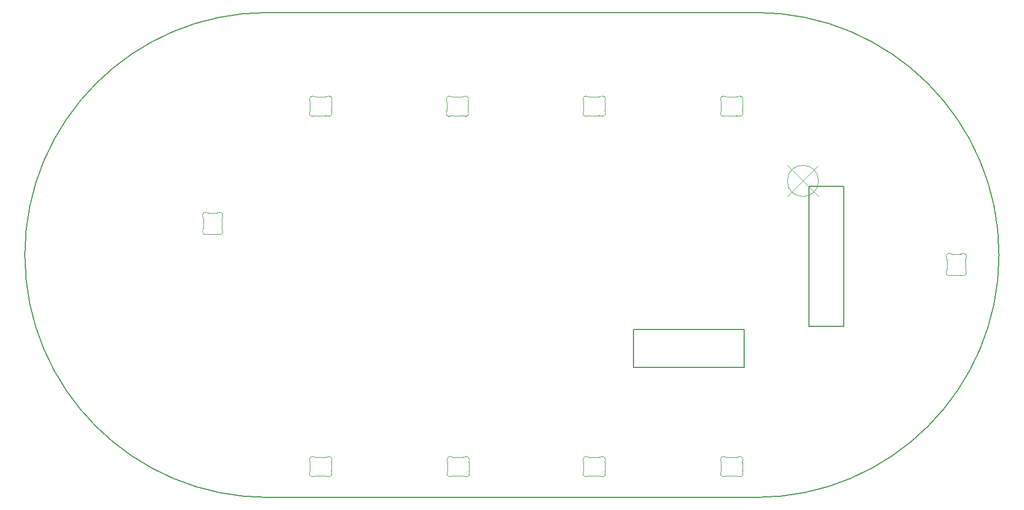
<source format=gbr>
%TF.GenerationSoftware,KiCad,Pcbnew,(5.1.10)-1*%
%TF.CreationDate,2022-02-17T21:55:53+01:00*%
%TF.ProjectId,keyboardEink,6b657962-6f61-4726-9445-696e6b2e6b69,rev?*%
%TF.SameCoordinates,Original*%
%TF.FileFunction,Profile,NP*%
%FSLAX46Y46*%
G04 Gerber Fmt 4.6, Leading zero omitted, Abs format (unit mm)*
G04 Created by KiCad (PCBNEW (5.1.10)-1) date 2022-02-17 21:55:53*
%MOMM*%
%LPD*%
G01*
G04 APERTURE LIST*
%TA.AperFunction,Profile*%
%ADD10C,0.150000*%
%TD*%
%TA.AperFunction,Profile*%
%ADD11C,0.050000*%
%TD*%
%TA.AperFunction,Profile*%
%ADD12C,0.100000*%
%TD*%
G04 APERTURE END LIST*
D10*
X172818000Y-120062000D02*
X172818000Y-113966000D01*
X190598000Y-120062000D02*
X172818000Y-120062000D01*
X190598000Y-113966000D02*
X190598000Y-120062000D01*
X172818000Y-113966000D02*
X190598000Y-113966000D01*
X201000000Y-91000000D02*
X206600000Y-91000000D01*
X206600000Y-113500000D02*
X206600000Y-91000000D01*
X201000000Y-113500000D02*
X206600000Y-113500000D01*
X201000000Y-91000000D02*
X201000000Y-113500000D01*
X114000000Y-63000000D02*
X192500000Y-63000000D01*
X192500000Y-141000000D02*
X114000000Y-141000000D01*
X192500000Y-141000000D02*
G75*
G03*
X192500000Y-63000000I0J39000000D01*
G01*
X114000000Y-141000000D02*
G75*
G02*
X114000000Y-63000000I0J39000000D01*
G01*
D11*
X202496000Y-90090000D02*
G75*
G03*
X202496000Y-90090000I-2500000J0D01*
G01*
X197496000Y-87590000D02*
X202496000Y-92590000D01*
X197496000Y-92590000D02*
X202496000Y-87590000D01*
D12*
%TO.C,D11*%
X165673548Y-137563999D02*
X167262452Y-137563999D01*
X164768001Y-135361157D02*
X164768001Y-136766841D01*
X167262452Y-134564000D02*
X165673547Y-134564000D01*
X168167999Y-136766841D02*
X168167999Y-135361157D01*
X167514710Y-137632298D02*
G75*
G03*
X167262452Y-137563999I-252258J-431701D01*
G01*
X165673548Y-137563999D02*
G75*
G03*
X165421289Y-137632298I0J-500000D01*
G01*
X164718516Y-136983718D02*
G75*
G03*
X165421289Y-137632298I450515J-216879D01*
G01*
X164718516Y-136983719D02*
G75*
G03*
X164768001Y-136766841I-450515J216878D01*
G01*
X164768001Y-135361156D02*
G75*
G03*
X164718516Y-135144279I-500000J-1D01*
G01*
X165421289Y-134495702D02*
G75*
G03*
X164718516Y-135144279I-252258J-431700D01*
G01*
X165421289Y-134495701D02*
G75*
G03*
X165673547Y-134564000I252258J431701D01*
G01*
X167262453Y-134563999D02*
G75*
G03*
X167514711Y-134495700I-1J499999D01*
G01*
X168217484Y-135144279D02*
G75*
G03*
X167514711Y-134495700I-450515J216878D01*
G01*
X168217484Y-135144279D02*
G75*
G03*
X168167999Y-135361157I450515J-216878D01*
G01*
X168167999Y-136766842D02*
G75*
G03*
X168217484Y-136983719I500000J1D01*
G01*
X167514711Y-137632296D02*
G75*
G03*
X168217484Y-136983719I252258J431700D01*
G01*
%TO.C,D10*%
X226133999Y-104346452D02*
X226133999Y-102757548D01*
X223931157Y-105251999D02*
X225336841Y-105251999D01*
X223134000Y-102757548D02*
X223134000Y-104346453D01*
X225336841Y-101852001D02*
X223931157Y-101852001D01*
X226202298Y-102505290D02*
G75*
G03*
X226133999Y-102757548I431701J-252258D01*
G01*
X226133999Y-104346452D02*
G75*
G03*
X226202298Y-104598711I500000J0D01*
G01*
X225553718Y-105301484D02*
G75*
G03*
X226202298Y-104598711I216879J450515D01*
G01*
X225553719Y-105301484D02*
G75*
G03*
X225336841Y-105251999I-216878J-450515D01*
G01*
X223931156Y-105251999D02*
G75*
G03*
X223714279Y-105301484I1J-500000D01*
G01*
X223065702Y-104598711D02*
G75*
G03*
X223714279Y-105301484I431700J-252258D01*
G01*
X223065701Y-104598711D02*
G75*
G03*
X223134000Y-104346453I-431701J252258D01*
G01*
X223133999Y-102757547D02*
G75*
G03*
X223065700Y-102505289I-499999J-1D01*
G01*
X223714279Y-101802516D02*
G75*
G03*
X223065700Y-102505289I-216878J-450515D01*
G01*
X223714279Y-101802516D02*
G75*
G03*
X223931157Y-101852001I216878J450515D01*
G01*
X225336842Y-101852001D02*
G75*
G03*
X225553719Y-101802516I-1J500000D01*
G01*
X226202296Y-102505289D02*
G75*
G03*
X225553719Y-101802516I-431700J252258D01*
G01*
%TO.C,D6*%
X187771548Y-137563999D02*
X189360452Y-137563999D01*
X186866001Y-135361157D02*
X186866001Y-136766841D01*
X189360452Y-134564000D02*
X187771547Y-134564000D01*
X190265999Y-136766841D02*
X190265999Y-135361157D01*
X189612710Y-137632298D02*
G75*
G03*
X189360452Y-137563999I-252258J-431701D01*
G01*
X187771548Y-137563999D02*
G75*
G03*
X187519289Y-137632298I0J-500000D01*
G01*
X186816516Y-136983718D02*
G75*
G03*
X187519289Y-137632298I450515J-216879D01*
G01*
X186816516Y-136983719D02*
G75*
G03*
X186866001Y-136766841I-450515J216878D01*
G01*
X186866001Y-135361156D02*
G75*
G03*
X186816516Y-135144279I-500000J-1D01*
G01*
X187519289Y-134495702D02*
G75*
G03*
X186816516Y-135144279I-252258J-431700D01*
G01*
X187519289Y-134495701D02*
G75*
G03*
X187771547Y-134564000I252258J431701D01*
G01*
X189360453Y-134563999D02*
G75*
G03*
X189612711Y-134495700I-1J499999D01*
G01*
X190315484Y-135144279D02*
G75*
G03*
X189612711Y-134495700I-450515J216878D01*
G01*
X190315484Y-135144279D02*
G75*
G03*
X190265999Y-135361157I450515J-216878D01*
G01*
X190265999Y-136766842D02*
G75*
G03*
X190315484Y-136983719I500000J1D01*
G01*
X189612711Y-137632296D02*
G75*
G03*
X190315484Y-136983719I252258J431700D01*
G01*
%TO.C,D5*%
X143829548Y-137563999D02*
X145418452Y-137563999D01*
X142924001Y-135361157D02*
X142924001Y-136766841D01*
X145418452Y-134564000D02*
X143829547Y-134564000D01*
X146323999Y-136766841D02*
X146323999Y-135361157D01*
X145670710Y-137632298D02*
G75*
G03*
X145418452Y-137563999I-252258J-431701D01*
G01*
X143829548Y-137563999D02*
G75*
G03*
X143577289Y-137632298I0J-500000D01*
G01*
X142874516Y-136983718D02*
G75*
G03*
X143577289Y-137632298I450515J-216879D01*
G01*
X142874516Y-136983719D02*
G75*
G03*
X142924001Y-136766841I-450515J216878D01*
G01*
X142924001Y-135361156D02*
G75*
G03*
X142874516Y-135144279I-500000J-1D01*
G01*
X143577289Y-134495702D02*
G75*
G03*
X142874516Y-135144279I-252258J-431700D01*
G01*
X143577289Y-134495701D02*
G75*
G03*
X143829547Y-134564000I252258J431701D01*
G01*
X145418453Y-134563999D02*
G75*
G03*
X145670711Y-134495700I-1J499999D01*
G01*
X146373484Y-135144279D02*
G75*
G03*
X145670711Y-134495700I-450515J216878D01*
G01*
X146373484Y-135144279D02*
G75*
G03*
X146323999Y-135361157I450515J-216878D01*
G01*
X146323999Y-136766842D02*
G75*
G03*
X146373484Y-136983719I500000J1D01*
G01*
X145670711Y-137632296D02*
G75*
G03*
X146373484Y-136983719I252258J431700D01*
G01*
%TO.C,D4*%
X121731548Y-137563999D02*
X123320452Y-137563999D01*
X120826001Y-135361157D02*
X120826001Y-136766841D01*
X123320452Y-134564000D02*
X121731547Y-134564000D01*
X124225999Y-136766841D02*
X124225999Y-135361157D01*
X123572710Y-137632298D02*
G75*
G03*
X123320452Y-137563999I-252258J-431701D01*
G01*
X121731548Y-137563999D02*
G75*
G03*
X121479289Y-137632298I0J-500000D01*
G01*
X120776516Y-136983718D02*
G75*
G03*
X121479289Y-137632298I450515J-216879D01*
G01*
X120776516Y-136983719D02*
G75*
G03*
X120826001Y-136766841I-450515J216878D01*
G01*
X120826001Y-135361156D02*
G75*
G03*
X120776516Y-135144279I-500000J-1D01*
G01*
X121479289Y-134495702D02*
G75*
G03*
X120776516Y-135144279I-252258J-431700D01*
G01*
X121479289Y-134495701D02*
G75*
G03*
X121731547Y-134564000I252258J431701D01*
G01*
X123320453Y-134563999D02*
G75*
G03*
X123572711Y-134495700I-1J499999D01*
G01*
X124275484Y-135144279D02*
G75*
G03*
X123572711Y-134495700I-450515J216878D01*
G01*
X124275484Y-135144279D02*
G75*
G03*
X124225999Y-135361157I450515J-216878D01*
G01*
X124225999Y-136766842D02*
G75*
G03*
X124275484Y-136983719I500000J1D01*
G01*
X123572711Y-137632296D02*
G75*
G03*
X124275484Y-136983719I252258J431700D01*
G01*
%TO.C,D16*%
X103680000Y-96153548D02*
X103680000Y-97742452D01*
X105882842Y-95248001D02*
X104477158Y-95248001D01*
X106679999Y-97742452D02*
X106679999Y-96153547D01*
X104477158Y-98647999D02*
X105882842Y-98647999D01*
X103611701Y-97994710D02*
G75*
G03*
X103680000Y-97742452I-431701J252258D01*
G01*
X103680000Y-96153548D02*
G75*
G03*
X103611701Y-95901289I-500000J0D01*
G01*
X104260281Y-95198516D02*
G75*
G03*
X103611701Y-95901289I-216879J-450515D01*
G01*
X104260280Y-95198516D02*
G75*
G03*
X104477158Y-95248001I216878J450515D01*
G01*
X105882843Y-95248001D02*
G75*
G03*
X106099720Y-95198516I-1J500000D01*
G01*
X106748297Y-95901289D02*
G75*
G03*
X106099720Y-95198516I-431700J252258D01*
G01*
X106748298Y-95901289D02*
G75*
G03*
X106679999Y-96153547I431701J-252258D01*
G01*
X106680000Y-97742453D02*
G75*
G03*
X106748299Y-97994711I499999J1D01*
G01*
X106099720Y-98697484D02*
G75*
G03*
X106748299Y-97994711I216878J450515D01*
G01*
X106099720Y-98697484D02*
G75*
G03*
X105882842Y-98647999I-216878J-450515D01*
G01*
X104477157Y-98647999D02*
G75*
G03*
X104260280Y-98697484I1J-500000D01*
G01*
X103611703Y-97994711D02*
G75*
G03*
X104260280Y-98697484I431700J-252258D01*
G01*
%TO.C,D14*%
X145294452Y-76580000D02*
X143705548Y-76580000D01*
X146199999Y-78782842D02*
X146199999Y-77377158D01*
X143705548Y-79579999D02*
X145294453Y-79579999D01*
X142800001Y-77377158D02*
X142800001Y-78782842D01*
X143453290Y-76511701D02*
G75*
G03*
X143705548Y-76580000I252258J431701D01*
G01*
X145294452Y-76580000D02*
G75*
G03*
X145546711Y-76511701I0J500000D01*
G01*
X146249484Y-77160281D02*
G75*
G03*
X145546711Y-76511701I-450515J216879D01*
G01*
X146249484Y-77160280D02*
G75*
G03*
X146199999Y-77377158I450515J-216878D01*
G01*
X146199999Y-78782843D02*
G75*
G03*
X146249484Y-78999720I500000J1D01*
G01*
X145546711Y-79648297D02*
G75*
G03*
X146249484Y-78999720I252258J431700D01*
G01*
X145546711Y-79648298D02*
G75*
G03*
X145294453Y-79579999I-252258J-431701D01*
G01*
X143705547Y-79580000D02*
G75*
G03*
X143453289Y-79648299I1J-499999D01*
G01*
X142750516Y-78999720D02*
G75*
G03*
X143453289Y-79648299I450515J-216878D01*
G01*
X142750516Y-78999720D02*
G75*
G03*
X142800001Y-78782842I-450515J216878D01*
G01*
X142800001Y-77377157D02*
G75*
G03*
X142750516Y-77160280I-500000J-1D01*
G01*
X143453289Y-76511703D02*
G75*
G03*
X142750516Y-77160280I-252258J-431700D01*
G01*
%TO.C,D13*%
X167262452Y-76580000D02*
X165673548Y-76580000D01*
X168167999Y-78782842D02*
X168167999Y-77377158D01*
X165673548Y-79579999D02*
X167262453Y-79579999D01*
X164768001Y-77377158D02*
X164768001Y-78782842D01*
X165421290Y-76511701D02*
G75*
G03*
X165673548Y-76580000I252258J431701D01*
G01*
X167262452Y-76580000D02*
G75*
G03*
X167514711Y-76511701I0J500000D01*
G01*
X168217484Y-77160281D02*
G75*
G03*
X167514711Y-76511701I-450515J216879D01*
G01*
X168217484Y-77160280D02*
G75*
G03*
X168167999Y-77377158I450515J-216878D01*
G01*
X168167999Y-78782843D02*
G75*
G03*
X168217484Y-78999720I500000J1D01*
G01*
X167514711Y-79648297D02*
G75*
G03*
X168217484Y-78999720I252258J431700D01*
G01*
X167514711Y-79648298D02*
G75*
G03*
X167262453Y-79579999I-252258J-431701D01*
G01*
X165673547Y-79580000D02*
G75*
G03*
X165421289Y-79648299I1J-499999D01*
G01*
X164718516Y-78999720D02*
G75*
G03*
X165421289Y-79648299I450515J-216878D01*
G01*
X164718516Y-78999720D02*
G75*
G03*
X164768001Y-78782842I-450515J216878D01*
G01*
X164768001Y-77377157D02*
G75*
G03*
X164718516Y-77160280I-500000J-1D01*
G01*
X165421289Y-76511703D02*
G75*
G03*
X164718516Y-77160280I-252258J-431700D01*
G01*
%TO.C,D12*%
X189360452Y-76580000D02*
X187771548Y-76580000D01*
X190265999Y-78782842D02*
X190265999Y-77377158D01*
X187771548Y-79579999D02*
X189360453Y-79579999D01*
X186866001Y-77377158D02*
X186866001Y-78782842D01*
X187519290Y-76511701D02*
G75*
G03*
X187771548Y-76580000I252258J431701D01*
G01*
X189360452Y-76580000D02*
G75*
G03*
X189612711Y-76511701I0J500000D01*
G01*
X190315484Y-77160281D02*
G75*
G03*
X189612711Y-76511701I-450515J216879D01*
G01*
X190315484Y-77160280D02*
G75*
G03*
X190265999Y-77377158I450515J-216878D01*
G01*
X190265999Y-78782843D02*
G75*
G03*
X190315484Y-78999720I500000J1D01*
G01*
X189612711Y-79648297D02*
G75*
G03*
X190315484Y-78999720I252258J431700D01*
G01*
X189612711Y-79648298D02*
G75*
G03*
X189360453Y-79579999I-252258J-431701D01*
G01*
X187771547Y-79580000D02*
G75*
G03*
X187519289Y-79648299I1J-499999D01*
G01*
X186816516Y-78999720D02*
G75*
G03*
X187519289Y-79648299I450515J-216878D01*
G01*
X186816516Y-78999720D02*
G75*
G03*
X186866001Y-78782842I-450515J216878D01*
G01*
X186866001Y-77377157D02*
G75*
G03*
X186816516Y-77160280I-500000J-1D01*
G01*
X187519289Y-76511703D02*
G75*
G03*
X186816516Y-77160280I-252258J-431700D01*
G01*
%TO.C,D15*%
X123320452Y-76580000D02*
X121731548Y-76580000D01*
X124225999Y-78782842D02*
X124225999Y-77377158D01*
X121731548Y-79579999D02*
X123320453Y-79579999D01*
X120826001Y-77377158D02*
X120826001Y-78782842D01*
X121479290Y-76511701D02*
G75*
G03*
X121731548Y-76580000I252258J431701D01*
G01*
X123320452Y-76580000D02*
G75*
G03*
X123572711Y-76511701I0J500000D01*
G01*
X124275484Y-77160281D02*
G75*
G03*
X123572711Y-76511701I-450515J216879D01*
G01*
X124275484Y-77160280D02*
G75*
G03*
X124225999Y-77377158I450515J-216878D01*
G01*
X124225999Y-78782843D02*
G75*
G03*
X124275484Y-78999720I500000J1D01*
G01*
X123572711Y-79648297D02*
G75*
G03*
X124275484Y-78999720I252258J431700D01*
G01*
X123572711Y-79648298D02*
G75*
G03*
X123320453Y-79579999I-252258J-431701D01*
G01*
X121731547Y-79580000D02*
G75*
G03*
X121479289Y-79648299I1J-499999D01*
G01*
X120776516Y-78999720D02*
G75*
G03*
X121479289Y-79648299I450515J-216878D01*
G01*
X120776516Y-78999720D02*
G75*
G03*
X120826001Y-78782842I-450515J216878D01*
G01*
X120826001Y-77377157D02*
G75*
G03*
X120776516Y-77160280I-500000J-1D01*
G01*
X121479289Y-76511703D02*
G75*
G03*
X120776516Y-77160280I-252258J-431700D01*
G01*
%TD*%
M02*

</source>
